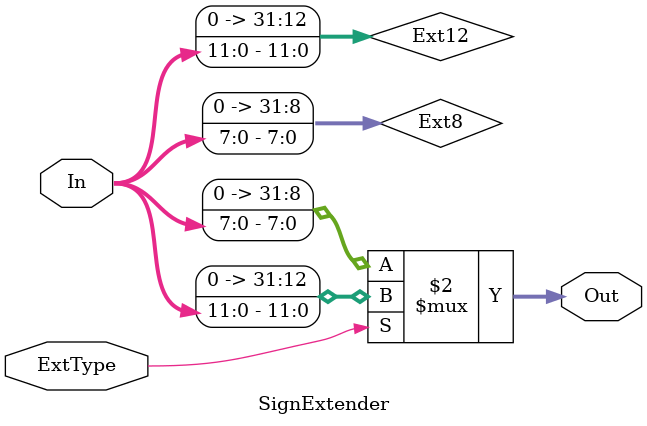
<source format=v>
module SignExtender (In, Out, ExtType);
	
	input [11:0] In;
	input ExtType;
	output [31:0] Out;
	
	wire [31:0] Ext12;
	wire [31:0] Ext8;
	
	assign Ext12 = {{20{1'b0}},In[11:0]};
	assign Ext8 =  {{24{1'b0}},In[7:0]};
	assign Out = (ExtType==1'b1) ? Ext12 : Ext8;  

endmodule 

</source>
